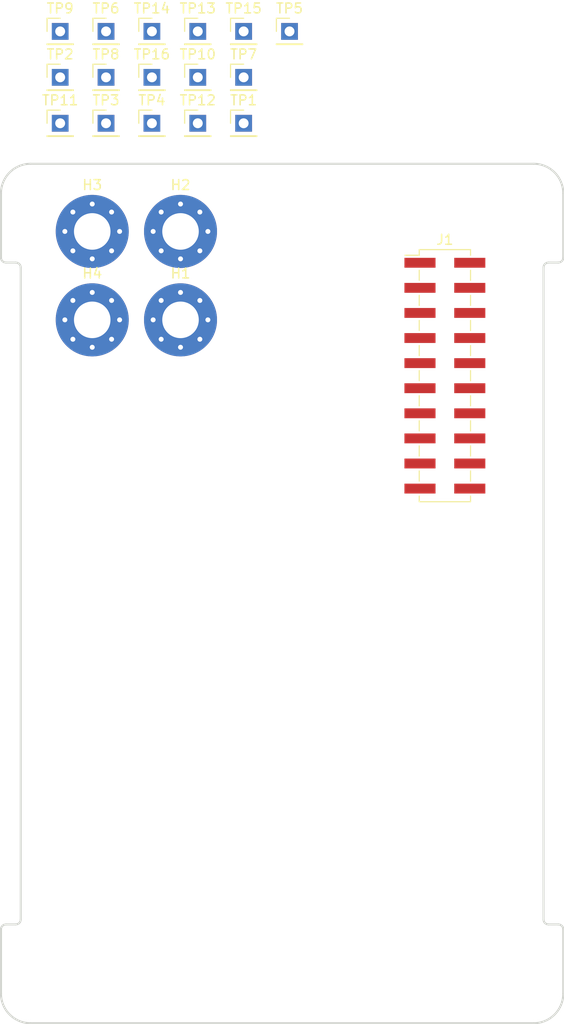
<source format=kicad_pcb>
(kicad_pcb (version 20211014) (generator pcbnew)
  (layers (0 "F.Cu" signal) (31 "B.Cu" signal) (34 "B.Paste" user) (35 "F.Paste" user) (36 "B.SilkS" user "B.Silkscreen") (37 "F.SilkS" user "F.Silkscreen") (38 "B.Mask" user) (39 "F.Mask" user) (44 "Edge.Cuts" user))
  (net 0 "")
  (net 1 "GND")
  (net 2 "Net-(TP1-Pad1)")
  (net 3 "Net-(TP2-Pad1)")
  (net 4 "Net-(TP3-Pad1)")
  (net 5 "Net-(TP5-Pad1)")
  (net 6 "Net-(TP6-Pad1)")
  (net 7 "Net-(TP7-Pad1)")
  (net 8 "Net-(TP8-Pad1)")
  (net 9 "Net-(TP9-Pad1)")
  (net 10 "Net-(TP10-Pad1)")
  (net 11 "Net-(TP11-Pad1)")
  (net 12 "Net-(TP12-Pad1)")
  (net 13 "Net-(TP13-Pad1)")
  (net 14 "Net-(TP14-Pad1)")
  (footprint "Connector_PinHeader_2.54mm:PinHeader_1x01_P2.54mm_Vertical" (layer "F.Cu") (at 89.7 44.25)
    (fp_text reference "TP1" (at 0 -2.33) (layer "F.SilkS"))
    (fp_text value "VINF")
    (fp_line (start -1.33 1.27) (end 1.33 1.27) (layer "F.SilkS") (width 0.12))
    (fp_line (start -1.33 -1.33) (end 0 -1.33) (layer "F.SilkS") (width 0.12))
    (fp_line (start -1.33 1.27) (end -1.33 1.33) (layer "F.SilkS") (width 0.12))
    (fp_line (start -1.33 0) (end -1.33 -1.33) (layer "F.SilkS") (width 0.12))
    (fp_line (start -1.33 1.33) (end 1.33 1.33) (layer "F.SilkS") (width 0.12))
    (fp_line (start 1.33 1.27) (end 1.33 1.33) (layer "F.SilkS") (width 0.12))
    (pad "1" thru_hole rect (at 0 0) (size 1.7 1.7) (drill 1) (layers *.Cu *.Mask) (net 2 "Net-(TP1-Pad1)"))
  )
  (footprint "Connector_PinHeader_2.54mm:PinHeader_1x01_P2.54mm_Vertical" (layer "F.Cu") (at 94.35 34.95)
    (fp_text reference "TP5" (at 0 -2.33) (layer "F.SilkS"))
    (fp_text value "+3.3D")
    (fp_line (start -1.33 1.33) (end 1.33 1.33) (layer "F.SilkS") (width 0.12))
    (fp_line (start -1.33 0) (end -1.33 -1.33) (layer "F.SilkS") (width 0.12))
    (fp_line (start -1.33 1.27) (end 1.33 1.27) (layer "F.SilkS") (width 0.12))
    (fp_line (start -1.33 -1.33) (end 0 -1.33) (layer "F.SilkS") (width 0.12))
    (fp_line (start -1.33 1.27) (end -1.33 1.33) (layer "F.SilkS") (width 0.12))
    (fp_line (start 1.33 1.27) (end 1.33 1.33) (layer "F.SilkS") (width 0.12))
    (pad "1" thru_hole rect (at 0 0) (size 1.7 1.7) (drill 1) (layers *.Cu *.Mask) (net 5 "Net-(TP5-Pad1)"))
  )
  (footprint "MountingHole:MountingHole_3.7mm_Pad_Via" (layer "F.Cu") (at 83.3 64.15)
    (fp_text reference "H1" (at 0 -4.7) (layer "F.SilkS"))
    (fp_text value "#6")
    (pad "1" thru_hole circle (at 0 2.775) (size 0.8 0.8) (drill 0.5) (layers *.Cu *.Mask) (net 1 "GND"))
    (pad "1" thru_hole circle (at 1.962221 -1.962221) (size 0.8 0.8) (drill 0.5) (layers *.Cu *.Mask) (net 1 "GND"))
    (pad "1" thru_hole circle (at 2.775 0) (size 0.8 0.8) (drill 0.5) (layers *.Cu *.Mask) (net 1 "GND"))
    (pad "1" thru_hole circle (at -1.962221 -1.962221) (size 0.8 0.8) (drill 0.5) (layers *.Cu *.Mask) (net 1 "GND"))
    (pad "1" thru_hole circle (at 1.962221 1.962221) (size 0.8 0.8) (drill 0.5) (layers *.Cu *.Mask) (net 1 "GND"))
    (pad "1" thru_hole circle (at 0 -2.775) (size 0.8 0.8) (drill 0.5) (layers *.Cu *.Mask) (net 1 "GND"))
    (pad "1" thru_hole circle (at 0 0) (size 7.4 7.4) (drill 3.7) (layers *.Cu *.Mask) (net 1 "GND"))
    (pad "1" thru_hole circle (at -1.962221 1.962221) (size 0.8 0.8) (drill 0.5) (layers *.Cu *.Mask) (net 1 "GND"))
    (pad "1" thru_hole circle (at -2.775 0) (size 0.8 0.8) (drill 0.5) (layers *.Cu *.Mask) (net 1 "GND"))
  )
  (footprint "Connector_PinHeader_2.54mm:PinHeader_1x01_P2.54mm_Vertical" (layer "F.Cu") (at 71.1 39.6)
    (fp_text reference "TP2" (at 0 -2.33) (layer "F.SilkS"))
    (fp_text value "+13")
    (fp_line (start -1.33 1.33) (end 1.33 1.33) (layer "F.SilkS") (width 0.12))
    (fp_line (start 1.33 1.27) (end 1.33 1.33) (layer "F.SilkS") (width 0.12))
    (fp_line (start -1.33 -1.33) (end 0 -1.33) (layer "F.SilkS") (width 0.12))
    (fp_line (start -1.33 1.27) (end 1.33 1.27) (layer "F.SilkS") (width 0.12))
    (fp_line (start -1.33 1.27) (end -1.33 1.33) (layer "F.SilkS") (width 0.12))
    (fp_line (start -1.33 0) (end -1.33 -1.33) (layer "F.SilkS") (width 0.12))
    (pad "1" thru_hole rect (at 0 0) (size 1.7 1.7) (drill 1) (layers *.Cu *.Mask) (net 3 "Net-(TP2-Pad1)"))
  )
  (footprint "Connector_PinHeader_2.54mm:PinHeader_2x10_P2.54mm_Vertical_SMD" (layer "F.Cu") (at 110.1 69.8)
    (fp_text reference "J1" (at 0 -13.76) (layer "F.SilkS"))
    (fp_text value "Conn_01x20")
    (fp_line (start 2.6 -3.05) (end 2.6 -2.03) (layer "F.SilkS") (width 0.12))
    (fp_line (start 2.6 -12.76) (end 2.6 -12.19) (layer "F.SilkS") (width 0.12))
    (fp_line (start -2.6 -10.67) (end -2.6 -9.65) (layer "F.SilkS") (width 0.12))
    (fp_line (start -2.6 12.76) (end 2.6 12.76) (layer "F.SilkS") (width 0.12))
    (fp_line (start -2.6 7.11) (end -2.6 8.13) (layer "F.SilkS") (width 0.12))
    (fp_line (start 2.6 -10.67) (end 2.6 -9.65) (layer "F.SilkS") (width 0.12))
    (fp_line (start -2.6 -8.13) (end -2.6 -7.11) (layer "F.SilkS") (width 0.12))
    (fp_line (start -2.6 12.19) (end -2.6 12.76) (layer "F.SilkS") (width 0.12))
    (fp_line (start 2.6 7.11) (end 2.6 8.13) (layer "F.SilkS") (width 0.12))
    (fp_line (start -2.6 -3.05) (end -2.6 -2.03) (layer "F.SilkS") (width 0.12))
    (fp_line (start -2.6 -12.76) (end 2.6 -12.76) (layer "F.SilkS") (width 0.12))
    (fp_line (start -2.6 2.03) (end -2.6 3.05) (layer "F.SilkS") (width 0.12))
    (fp_line (start 2.6 4.57) (end 2.6 5.59) (layer "F.SilkS") (width 0.12))
    (fp_line (start 2.6 -0.51) (end 2.6 0.51) (layer "F.SilkS") (width 0.12))
    (fp_line (start 2.6 9.65) (end 2.6 10.67) (layer "F.SilkS") (width 0.12))
    (fp_line (start -2.6 -5.59) (end -2.6 -4.57) (layer "F.SilkS") (width 0.12))
    (fp_line (start 2.6 12.19) (end 2.6 12.76) (layer "F.SilkS") (width 0.12))
    (fp_line (start 2.6 -8.13) (end 2.6 -7.11) (layer "F.SilkS") (width 0.12))
    (fp_line (start 2.6 2.03) (end 2.6 3.05) (layer "F.SilkS") (width 0.12))
    (fp_line (start -2.6 -12.76) (end -2.6 -12.19) (layer "F.SilkS") (width 0.12))
    (fp_line (start -2.6 9.65) (end -2.6 10.67) (layer "F.SilkS") (width 0.12))
    (fp_line (start 2.6 -5.59) (end 2.6 -4.57) (layer "F.SilkS") (width 0.12))
    (fp_line (start -2.6 4.57) (end -2.6 5.59) (layer "F.SilkS") (width 0.12))
    (fp_line (start -2.6 -0.51) (end -2.6 0.51) (layer "F.SilkS") (width 0.12))
    (fp_line (start -4.04 -12.19) (end -2.6 -12.19) (layer "F.SilkS") (width 0.12))
    (pad "1" smd rect (at -2.525 -11.43) (size 3.15 1) (layers "F.Cu" "F.Paste" "F.Mask") (net 2 "Net-(TP1-Pad1)"))
    (pad "2" smd rect (at 2.525 -11.43) (size 3.15 1) (layers "F.Cu" "F.Paste" "F.Mask") (net 3 "Net-(TP2-Pad1)"))
    (pad "3" smd rect (at -2.525 -8.89) (size 3.15 1) (layers "F.Cu" "F.Paste" "F.Mask") (net 4 "Net-(TP3-Pad1)"))
    (pad "4" smd rect (at 2.525 -8.89) (size 3.15 1) (layers "F.Cu" "F.Paste" "F.Mask") (net 1 "GND"))
    (pad "5" smd rect (at -2.525 -6.35) (size 3.15 1) (layers "F.Cu" "F.Paste" "F.Mask") (net 5 "Net-(TP5-Pad1)"))
    (pad "6" smd rect (at 2.525 -6.35) (size 3.15 1) (layers "F.Cu" "F.Paste" "F.Mask") (net 1 "GND"))
    (pad "7" smd rect (at -2.525 -3.81) (size 3.15 1) (layers "F.Cu" "F.Paste" "F.Mask") (net 6 "Net-(TP6-Pad1)"))
    (pad "8" smd rect (at 2.525 -3.81) (size 3.15 1) (layers "F.Cu" "F.Paste" "F.Mask") (net 7 "Net-(TP7-Pad1)"))
    (pad "9" smd rect (at -2.525 -1.27) (size 3.15 1) (layers "F.Cu" "F.Paste" "F.Mask") (net 8 "Net-(TP8-Pad1)"))
    (pad "10" smd rect (at 2.525 -1.27) (size 3.15 1) (layers "F.Cu" "F.Paste" "F.Mask") (net 9 "Net-(TP9-Pad1)"))
    (pad "11" smd rect (at -2.525 1.27) (size 3.15 1) (layers "F.Cu" "F.Paste" "F.Mask") (net 1 "GND"))
    (pad "12" smd rect (at 2.525 1.27) (size 3.15 1) (layers "F.Cu" "F.Paste" "F.Mask") (net 10 "Net-(TP10-Pad1)"))
    (pad "13" smd rect (at -2.525 3.81) (size 3.15 1) (layers "F.Cu" "F.Paste" "F.Mask") (net 1 "GND"))
    (pad "14" smd rect (at 2.525 3.81) (size 3.15 1) (layers "F.Cu" "F.Paste" "F.Mask") (net 11 "Net-(TP11-Pad1)"))
    (pad "15" smd rect (at -2.525 6.35) (size 3.15 1) (layers "F.Cu" "F.Paste" "F.Mask") (net 1 "GND"))
    (pad "16" smd rect (at 2.525 6.35) (size 3.15 1) (layers "F.Cu" "F.Paste" "F.Mask") (net 12 "Net-(TP12-Pad1)"))
    (pad "17" smd rect (at -2.525 8.89) (size 3.15 1) (layers "F.Cu" "F.Paste" "F.Mask") (net 1 "GND"))
    (pad "18" smd rect (at 2.525 8.89) (size 3.15 1) (layers "F.Cu" "F.Paste" "F.Mask") (net 13 "Net-(TP13-Pad1)"))
    (pad "19" smd rect (at -2.525 11.43) (size 3.15 1) (layers "F.Cu" "F.Paste" "F.Mask") (net 1 "GND"))
    (pad "20" smd rect (at 2.525 11.43) (size 3.15 1) (layers "F.Cu" "F.Paste" "F.Mask") (net 14 "Net-(TP14-Pad1)"))
  )
  (footprint "Connector_PinHeader_2.54mm:PinHeader_1x01_P2.54mm_Vertical" (layer "F.Cu") (at 80.4 34.95)
    (fp_text reference "TP14" (at 0 -2.33) (layer "F.SilkS"))
    (fp_text value "+VIn")
    (fp_line (start -1.33 1.27) (end -1.33 1.33) (layer "F.SilkS") (width 0.12))
    (fp_line (start -1.33 1.33) (end 1.33 1.33) (layer "F.SilkS") (width 0.12))
    (fp_line (start -1.33 -1.33) (end 0 -1.33) (layer "F.SilkS") (width 0.12))
    (fp_line (start -1.33 1.27) (end 1.33 1.27) (layer "F.SilkS") (width 0.12))
    (fp_line (start -1.33 0) (end -1.33 -1.33) (layer "F.SilkS") (width 0.12))
    (fp_line (start 1.33 1.27) (end 1.33 1.33) (layer "F.SilkS") (width 0.12))
    (pad "1" thru_hole rect (at 0 0) (size 1.7 1.7) (drill 1) (layers *.Cu *.Mask) (net 14 "Net-(TP14-Pad1)"))
  )
  (footprint "MountingHole:MountingHole_3.7mm_Pad_Via" (layer "F.Cu") (at 83.3 55.2)
    (fp_text reference "H2" (at 0 -4.7) (layer "F.SilkS"))
    (fp_text value "#6")
    (pad "1" thru_hole circle (at 2.775 0) (size 0.8 0.8) (drill 0.5) (layers *.Cu *.Mask) (net 1 "GND"))
    (pad "1" thru_hole circle (at 0 -2.775) (size 0.8 0.8) (drill 0.5) (layers *.Cu *.Mask) (net 1 "GND"))
    (pad "1" thru_hole circle (at 0 2.775) (size 0.8 0.8) (drill 0.5) (layers *.Cu *.Mask) (net 1 "GND"))
    (pad "1" thru_hole circle (at -1.962221 1.962221) (size 0.8 0.8) (drill 0.5) (layers *.Cu *.Mask) (net 1 "GND"))
    (pad "1" thru_hole circle (at -1.962221 -1.962221) (size 0.8 0.8) (drill 0.5) (layers *.Cu *.Mask) (net 1 "GND"))
    (pad "1" thru_hole circle (at 1.962221 1.962221) (size 0.8 0.8) (drill 0.5) (layers *.Cu *.Mask) (net 1 "GND"))
    (pad "1" thru_hole circle (at 0 0) (size 7.4 7.4) (drill 3.7) (layers *.Cu *.Mask) (net 1 "GND"))
    (pad "1" thru_hole circle (at -2.775 0) (size 0.8 0.8) (drill 0.5) (layers *.Cu *.Mask) (net 1 "GND"))
    (pad "1" thru_hole circle (at 1.962221 -1.962221) (size 0.8 0.8) (drill 0.5) (layers *.Cu *.Mask) (net 1 "GND"))
  )
  (footprint "MountingHole:MountingHole_3.7mm_Pad_Via" (layer "F.Cu") (at 74.35 55.2)
    (fp_text reference "H3" (at 0 -4.7) (layer "F.SilkS"))
    (fp_text value "#6")
    (pad "1" thru_hole circle (at 0 0) (size 7.4 7.4) (drill 3.7) (layers *.Cu *.Mask) (net 1 "GND"))
    (pad "1" thru_hole circle (at 2.775 0) (size 0.8 0.8) (drill 0.5) (layers *.Cu *.Mask) (net 1 "GND"))
    (pad "1" thru_hole circle (at -2.775 0) (size 0.8 0.8) (drill 0.5) (layers *.Cu *.Mask) (net 1 "GND"))
    (pad "1" thru_hole circle (at -1.962221 -1.962221) (size 0.8 0.8) (drill 0.5) (layers *.Cu *.Mask) (net 1 "GND"))
    (pad "1" thru_hole circle (at 1.962221 1.962221) (size 0.8 0.8) (drill 0.5) (layers *.Cu *.Mask) (net 1 "GND"))
    (pad "1" thru_hole circle (at 0 2.775) (size 0.8 0.8) (drill 0.5) (layers *.Cu *.Mask) (net 1 "GND"))
    (pad "1" thru_hole circle (at 0 -2.775) (size 0.8 0.8) (drill 0.5) (layers *.Cu *.Mask) (net 1 "GND"))
    (pad "1" thru_hole circle (at 1.962221 -1.962221) (size 0.8 0.8) (drill 0.5) (layers *.Cu *.Mask) (net 1 "GND"))
    (pad "1" thru_hole circle (at -1.962221 1.962221) (size 0.8 0.8) (drill 0.5) (layers *.Cu *.Mask) (net 1 "GND"))
  )
  (footprint "Connector_PinHeader_2.54mm:PinHeader_1x01_P2.54mm_Vertical" (layer "F.Cu") (at 85.05 44.25)
    (fp_text reference "TP12" (at 0 -2.33) (layer "F.SilkS"))
    (fp_text value "AOUT0")
    (fp_line (start 1.33 1.27) (end 1.33 1.33) (layer "F.SilkS") (width 0.12))
    (fp_line (start -1.33 0) (end -1.33 -1.33) (layer "F.SilkS") (width 0.12))
    (fp_line (start -1.33 1.27) (end -1.33 1.33) (layer "F.SilkS") (width 0.12))
    (fp_line (start -1.33 1.27) (end 1.33 1.27) (layer "F.SilkS") (width 0.12))
    (fp_line (start -1.33 -1.33) (end 0 -1.33) (layer "F.SilkS") (width 0.12))
    (fp_line (start -1.33 1.33) (end 1.33 1.33) (layer "F.SilkS") (width 0.12))
    (pad "1" thru_hole rect (at 0 0) (size 1.7 1.7) (drill 1) (layers *.Cu *.Mask) (net 12 "Net-(TP12-Pad1)"))
  )
  (footprint "Connector_PinHeader_2.54mm:PinHeader_1x01_P2.54mm_Vertical" (layer "F.Cu") (at 80.4 44.25)
    (fp_text reference "TP4" (at 0 -2.33) (layer "F.SilkS"))
    (fp_text value "GND")
    (fp_line (start -1.33 0) (end -1.33 -1.33) (layer "F.SilkS") (width 0.12))
    (fp_line (start 1.33 1.27) (end 1.33 1.33) (layer "F.SilkS") (width 0.12))
    (fp_line (start -1.33 -1.33) (end 0 -1.33) (layer "F.SilkS") (width 0.12))
    (fp_line (start -1.33 1.27) (end 1.33 1.27) (layer "F.SilkS") (width 0.12))
    (fp_line (start -1.33 1.27) (end -1.33 1.33) (layer "F.SilkS") (width 0.12))
    (fp_line (start -1.33 1.33) (end 1.33 1.33) (layer "F.SilkS") (width 0.12))
    (pad "1" thru_hole rect (at 0 0) (size 1.7 1.7) (drill 1) (layers *.Cu *.Mask) (net 1 "GND"))
  )
  (footprint "Connector_PinHeader_2.54mm:PinHeader_1x01_P2.54mm_Vertical" (layer "F.Cu") (at 85.05 39.6)
    (fp_text reference "TP10" (at 0 -2.33) (layer "F.SilkS"))
    (fp_text value "MW0")
    (fp_line (start -1.33 1.27) (end -1.33 1.33) (layer "F.SilkS") (width 0.12))
    (fp_line (start -1.33 1.33) (end 1.33 1.33) (layer "F.SilkS") (width 0.12))
    (fp_line (start -1.33 0) (end -1.33 -1.33) (layer "F.SilkS") (width 0.12))
    (fp_line (start 1.33 1.27) (end 1.33 1.33) (layer "F.SilkS") (width 0.12))
    (fp_line (start -1.33 1.27) (end 1.33 1.27) (layer "F.SilkS") (width 0.12))
    (fp_line (start -1.33 -1.33) (end 0 -1.33) (layer "F.SilkS") (width 0.12))
    (pad "1" thru_hole rect (at 0 0) (size 1.7 1.7) (drill 1) (layers *.Cu *.Mask) (net 10 "Net-(TP10-Pad1)"))
  )
  (footprint "Connector_PinHeader_2.54mm:PinHeader_1x01_P2.54mm_Vertical" (layer "F.Cu") (at 80.4 39.6)
    (fp_text reference "TP16" (at 0 -2.33) (layer "F.SilkS"))
    (fp_text value "GND")
    (fp_line (start -1.33 -1.33) (end 0 -1.33) (layer "F.SilkS") (width 0.12))
    (fp_line (start -1.33 1.27) (end -1.33 1.33) (layer "F.SilkS") (width 0.12))
    (fp_line (start -1.33 1.27) (end 1.33 1.27) (layer "F.SilkS") (width 0.12))
    (fp_line (start -1.33 1.33) (end 1.33 1.33) (layer "F.SilkS") (width 0.12))
    (fp_line (start -1.33 0) (end -1.33 -1.33) (layer "F.SilkS") (width 0.12))
    (fp_line (start 1.33 1.27) (end 1.33 1.33) (layer "F.SilkS") (width 0.12))
    (pad "1" thru_hole rect (at 0 0) (size 1.7 1.7) (drill 1) (layers *.Cu *.Mask) (net 1 "GND"))
  )
  (footprint "Connector_PinHeader_2.54mm:PinHeader_1x01_P2.54mm_Vertical" (layer "F.Cu") (at 75.75 39.6)
    (fp_text reference "TP8" (at 0 -2.33) (layer "F.SilkS"))
    (fp_text value "TX+")
    (fp_line (start -1.33 1.27) (end -1.33 1.33) (layer "F.SilkS") (width 0.12))
    (fp_line (start -1.33 0) (end -1.33 -1.33) (layer "F.SilkS") (width 0.12))
    (fp_line (start 1.33 1.27) (end 1.33 1.33) (layer "F.SilkS") (width 0.12))
    (fp_line (start -1.33 1.33) (end 1.33 1.33) (layer "F.SilkS") (width 0.12))
    (fp_line (start -1.33 1.27) (end 1.33 1.27) (layer "F.SilkS") (width 0.12))
    (fp_line (start -1.33 -1.33) (end 0 -1.33) (layer "F.SilkS") (width 0.12))
    (pad "1" thru_hole rect (at 0 0) (size 1.7 1.7) (drill 1) (layers *.Cu *.Mask) (net 8 "Net-(TP8-Pad1)"))
  )
  (footprint "Connector_PinHeader_2.54mm:PinHeader_1x01_P2.54mm_Vertical" (layer "F.Cu") (at 89.7 39.6)
    (fp_text reference "TP7" (at 0 -2.33) (layer "F.SilkS"))
    (fp_text value "RX-")
    (fp_line (start -1.33 0) (end -1.33 -1.33) (layer "F.SilkS") (width 0.12))
    (fp_line (start -1.33 1.27) (end 1.33 1.27) (layer "F.SilkS") (width 0.12))
    (fp_line (start 1.33 1.27) (end 1.33 1.33) (layer "F.SilkS") (width 0.12))
    (fp_line (start -1.33 1.33) (end 1.33 1.33) (layer "F.SilkS") (width 0.12))
    (fp_line (start -1.33 1.27) (end -1.33 1.33) (layer "F.SilkS") (width 0.12))
    (fp_line (start -1.33 -1.33) (end 0 -1.33) (layer "F.SilkS") (width 0.12))
    (pad "1" thru_hole rect (at 0 0) (size 1.7 1.7) (drill 1) (layers *.Cu *.Mask) (net 7 "Net-(TP7-Pad1)"))
  )
  (footprint "MountingHole:MountingHole_3.7mm_Pad_Via" (layer "F.Cu") (at 74.35 64.15)
    (fp_text reference "H4" (at 0 -4.7) (layer "F.SilkS"))
    (fp_text value "#6")
    (pad "1" thru_hole circle (at 0 -2.775) (size 0.8 0.8) (drill 0.5) (layers *.Cu *.Mask) (net 1 "GND"))
    (pad "1" thru_hole circle (at 1.962221 1.962221) (size 0.8 0.8) (drill 0.5) (layers *.Cu *.Mask) (net 1 "GND"))
    (pad "1" thru_hole circle (at 2.775 0) (size 0.8 0.8) (drill 0.5) (layers *.Cu *.Mask) (net 1 "GND"))
    (pad "1" thru_hole circle (at -2.775 0) (size 0.8 0.8) (drill 0.5) (layers *.Cu *.Mask) (net 1 "GND"))
    (pad "1" thru_hole circle (at -1.962221 1.962221) (size 0.8 0.8) (drill 0.5) (layers *.Cu *.Mask) (net 1 "GND"))
    (pad "1" thru_hole circle (at 0 2.775) (size 0.8 0.8) (drill 0.5) (layers *.Cu *.Mask) (net 1 "GND"))
    (pad "1" thru_hole circle (at 0 0) (size 7.4 7.4) (drill 3.7) (layers *.Cu *.Mask) (net 1 "GND"))
    (pad "1" thru_hole circle (at 1.962221 -1.962221) (size 0.8 0.8) (drill 0.5) (layers *.Cu *.Mask) (net 1 "GND"))
    (pad "1" thru_hole circle (at -1.962221 -1.962221) (size 0.8 0.8) (drill 0.5) (layers *.Cu *.Mask) (net 1 "GND"))
  )
  (footprint "Connector_PinHeader_2.54mm:PinHeader_1x01_P2.54mm_Vertical" (layer "F.Cu") (at 75.75 44.25)
    (fp_text reference "TP3" (at 0 -2.33) (layer "F.SilkS"))
    (fp_text value "+5")
    (fp_line (start -1.33 1.33) (end 1.33 1.33) (layer "F.SilkS") (width 0.12))
    (fp_line (start 1.33 1.27) (end 1.33 1.33) (layer "F.SilkS") (width 0.12))
    (fp_line (start -1.33 -1.33) (end 0 -1.33) (layer "F.SilkS") (width 0.12))
    (fp_line (start -1.33 1.27) (end -1.33 1.33) (layer "F.SilkS") (width 0.12))
    (fp_line (start -1.33 1.27) (end 1.33 1.27) (layer "F.SilkS") (width 0.12))
    (fp_line (start -1.33 0) (end -1.33 -1.33) (layer "F.SilkS") (width 0.12))
    (pad "1" thru_hole rect (at 0 0) (size 1.7 1.7) (drill 1) (layers *.Cu *.Mask) (net 4 "Net-(TP3-Pad1)"))
  )
  (footprint "Connector_PinHeader_2.54mm:PinHeader_1x01_P2.54mm_Vertical" (layer "F.Cu") (at 71.1 44.25)
    (fp_text reference "TP11" (at 0 -2.33) (layer "F.SilkS"))
    (fp_text value "MW1")
    (fp_line (start -1.33 -1.33) (end 0 -1.33) (layer "F.SilkS") (width 0.12))
    (fp_line (start -1.33 0) (end -1.33 -1.33) (layer "F.SilkS") (width 0.12))
    (fp_line (start -1.33 1.33) (end 1.33 1.33) (layer "F.SilkS") (width 0.12))
    (fp_line (start -1.33 1.27) (end 1.33 1.27) (layer "F.SilkS") (width 0.12))
    (fp_line (start 1.33 1.27) (end 1.33 1.33) (layer "F.SilkS") (width 0.12))
    (fp_line (start -1.33 1.27) (end -1.33 1.33) (layer "F.SilkS") (width 0.12))
    (pad "1" thru_hole rect (at 0 0) (size 1.7 1.7) (drill 1) (layers *.Cu *.Mask) (net 11 "Net-(TP11-Pad1)"))
  )
  (footprint "Connector_PinHeader_2.54mm:PinHeader_1x01_P2.54mm_Vertical" (layer "F.Cu") (at 75.75 34.95)
    (fp_text reference "TP6" (at 0 -2.33) (layer "F.SilkS"))
    (fp_text value "RX+")
    (fp_line (start -1.33 1.33) (end 1.33 1.33) (layer "F.SilkS") (width 0.12))
    (fp_line (start 1.33 1.27) (end 1.33 1.33) (layer "F.SilkS") (width 0.12))
    (fp_line (start -1.33 -1.33) (end 0 -1.33) (layer "F.SilkS") (width 0.12))
    (fp_line (start -1.33 1.27) (end -1.33 1.33) (layer "F.SilkS") (width 0.12))
    (fp_line (start -1.33 1.27) (end 1.33 1.27) (layer "F.SilkS") (width 0.12))
    (fp_line (start -1.33 0) (end -1.33 -1.33) (layer "F.SilkS") (width 0.12))
    (pad "1" thru_hole rect (at 0 0) (size 1.7 1.7) (drill 1) (layers *.Cu *.Mask) (net 6 "Net-(TP6-Pad1)"))
  )
  (footprint "Connector_PinHeader_2.54mm:PinHeader_1x01_P2.54mm_Vertical" (layer "F.Cu") (at 89.7 34.95)
    (fp_text reference "TP15" (at 0 -2.33) (layer "F.SilkS"))
    (fp_text value "GND")
    (fp_line (start -1.33 1.27) (end 1.33 1.27) (layer "F.SilkS") (width 0.12))
    (fp_line (start -1.33 1.27) (end -1.33 1.33) (layer "F.SilkS") (width 0.12))
    (fp_line (start -1.33 1.33) (end 1.33 1.33) (layer "F.SilkS") (width 0.12))
    (fp_line (start -1.33 -1.33) (end 0 -1.33) (layer "F.SilkS") (width 0.12))
    (fp_line (start 1.33 1.27) (end 1.33 1.33) (layer "F.SilkS") (width 0.12))
    (fp_line (start -1.33 0) (end -1.33 -1.33) (layer "F.SilkS") (width 0.12))
    (pad "1" thru_hole rect (at 0 0) (size 1.7 1.7) (drill 1) (layers *.Cu *.Mask) (net 1 "GND"))
  )
  (footprint "Connector_PinHeader_2.54mm:PinHeader_1x01_P2.54mm_Vertical" (layer "F.Cu") (at 85.05 34.95)
    (fp_text reference "TP13" (at 0 -2.33) (layer "F.SilkS"))
    (fp_text value "AOUT1")
    (fp_line (start -1.33 1.27) (end -1.33 1.33) (layer "F.SilkS") (width 0.12))
    (fp_line (start 1.33 1.27) (end 1.33 1.33) (layer "F.SilkS") (width 0.12))
    (fp_line (start -1.33 0) (end -1.33 -1.33) (layer "F.SilkS") (width 0.12))
    (fp_line (start -1.33 -1.33) (end 0 -1.33) (layer "F.SilkS") (width 0.12))
    (fp_line (start -1.33 1.33) (end 1.33 1.33) (layer "F.SilkS") (width 0.12))
    (fp_line (start -1.33 1.27) (end 1.33 1.27) (layer "F.SilkS") (width 0.12))
    (pad "1" thru_hole rect (at 0 0) (size 1.7 1.7) (drill 1) (layers *.Cu *.Mask) (net 13 "Net-(TP13-Pad1)"))
  )
  (footprint "Connector_PinHeader_2.54mm:PinHeader_1x01_P2.54mm_Vertical" (layer "F.Cu") (at 71.1 34.95)
    (fp_text reference "TP9" (at 0 -2.33) (layer "F.SilkS"))
    (fp_text value "TX-")
    (fp_line (start -1.33 1.33) (end 1.33 1.33) (layer "F.SilkS") (width 0.12))
    (fp_line (start -1.33 1.27) (end -1.33 1.33) (layer "F.SilkS") (width 0.12))
    (fp_line (start -1.33 1.27) (end 1.33 1.27) (layer "F.SilkS") (width 0.12))
    (fp_line (start -1.33 0) (end -1.33 -1.33) (layer "F.SilkS") (width 0.12))
    (fp_line (start 1.33 1.27) (end 1.33 1.33) (layer "F.SilkS") (width 0.12))
    (fp_line (start -1.33 -1.33) (end 0 -1.33) (layer "F.SilkS") (width 0.12))
    (pad "1" thru_hole rect (at 0 0) (size 1.7 1.7) (drill 1) (layers *.Cu *.Mask) (net 9 "Net-(TP9-Pad1)"))
  )
  (gr_line (start 120.6 125.35) (end 121.6 125.35) (layer "Edge.Cuts") (width 0.2))
  (gr_line (start 65.6 125.35) (end 66.6 125.35) (layer "Edge.Cuts") (width 0.2))
  (gr_line (start 122.1 57.85) (end 122.1 57.85) (layer "Edge.Cuts") (width 0.2))
  (gr_line (start 120.1 124.85) (end 120.1 124.85) (layer "Edge.Cuts") (width 0.2))
  (gr_line (start 65.1 125.85) (end 65.1 125.85) (layer "Edge.Cuts") (width 0.2))
  (gr_line (start 65.6 125.35) (end 65.6 125.35) (layer "Edge.Cuts") (width 0.2))
  (gr_line (start 67.1 58.85) (end 67.1 58.85) (layer "Edge.Cuts") (width 0.2))
  (gr_line (start 68.1 48.35) (end 68.1 48.35) (layer "Edge.Cuts") (width 0.2))
  (gr_line (start 122.1 51.35) (end 122.1 51.35) (layer "Edge.Cuts") (width 0.2))
  (gr_line (start 120.1 58.85) (end 120.1 58.85) (layer "Edge.Cuts") (width 0.2))
  (gr_line (start 122.1 132.35) (end 122.1 132.35) (layer "Edge.Cuts") (width 0.2))
  (gr_line (start 120.1 124.85) (end 120.1 124.85) (layer "Edge.Cuts") (width 0.2))
  (gr_line (start 66.6 58.35) (end 66.6 58.35) (layer "Edge.Cuts") (width 0.2))
  (gr_line (start 66.6 58.35) (end 66.6 58.35) (layer "Edge.Cuts") (width 0.2))
  (gr_line (start 119.1 135.35) (end 119.1 135.35) (layer "Edge.Cuts") (width 0.2))
  (gr_arc (start 119.1 48.35) (mid 121.22132 49.22868) (end 122.1 51.35) (layer "Edge.Cuts") (width 0.2))
  (gr_line (start 122.1 51.35) (end 122.1 57.85) (layer "Edge.Cuts") (width 0.2))
  (gr_line (start 122.1 125.85) (end 122.1 125.85) (layer "Edge.Cuts") (width 0.2))
  (gr_line (start 121.6 58.35) (end 120.6 58.35) (layer "Edge.Cuts") (width 0.2))
  (gr_line (start 68.1 48.35) (end 119.1 48.35) (layer "Edge.Cuts") (width 0.2))
  (gr_line (start 120.6 125.35) (end 120.6 125.35) (layer "Edge.Cuts") (width 0.2))
  (gr_line (start 66.6 125.35) (end 66.6 125.35) (layer "Edge.Cuts") (width 0.2))
  (gr_arc (start 65.1 125.85) (mid 65.246447 125.496447) (end 65.6 125.35) (layer "Edge.Cuts") (width 0.2))
  (gr_line (start 120.6 125.35) (end 120.6 125.35) (layer "Edge.Cuts") (width 0.2))
  (gr_line (start 65.1 132.35) (end 65.1 132.35) (layer "Edge.Cuts") (width 0.2))
  (gr_line (start 120.1 58.85) (end 120.1 124.85) (layer "Edge.Cuts") (width 0.2))
  (gr_line (start 122.1 125.85) (end 122.1 125.85) (layer "Edge.Cuts") (width 0.2))
  (gr_line (start 119.1 48.35) (end 119.1 48.35) (layer "Edge.Cuts") (width 0.2))
  (gr_line (start 67.1 124.85) (end 67.1 124.85) (layer "Edge.Cuts") (width 0.2))
  (gr_line (start 65.1 57.85) (end 65.1 57.85) (layer "Edge.Cuts") (width 0.2))
  (gr_line (start 119.1 135.35) (end 119.1 135.35) (layer "Edge.Cuts") (width 0.2))
  (gr_arc (start 120.1 58.85) (mid 120.246447 58.496447) (end 120.6 58.35) (layer "Edge.Cuts") (width 0.2))
  (gr_line (start 67.1 124.85) (end 67.1 124.85) (layer "Edge.Cuts") (width 0.2))
  (gr_line (start 65.6 58.35) (end 65.6 58.35) (layer "Edge.Cuts") (width 0.2))
  (gr_arc (start 122.1 132.35) (mid 121.22132 134.47132) (end 119.1 135.35) (layer "Edge.Cuts") (width 0.2))
  (gr_line (start 68.1 48.35) (end 68.1 48.35) (layer "Edge.Cuts") (width 0.2))
  (gr_line (start 119.1 135.35) (end 68.1 135.35) (layer "Edge.Cuts") (width 0.2))
  (gr_line (start 122.1 125.85) (end 122.1 132.35) (layer "Edge.Cuts") (width 0.2))
  (gr_line (start 65.1 125.85) (end 65.1 125.85) (layer "Edge.Cuts") (width 0.2))
  (gr_line (start 65.1 132.35) (end 65.1 125.85) (layer "Edge.Cuts") (width 0.2))
  (gr_line (start 121.6 58.35) (end 121.6 58.35) (layer "Edge.Cuts") (width 0.2))
  (gr_line (start 119.1 48.35) (end 119.1 48.35) (layer "Edge.Cuts") (width 0.2))
  (gr_line (start 65.1 51.35) (end 65.1 51.35) (layer "Edge.Cuts") (width 0.2))
  (gr_line (start 65.6 58.35) (end 65.6 58.35) (layer "Edge.Cuts") (width 0.2))
  (gr_line (start 67.1 58.85) (end 67.1 58.85) (layer "Edge.Cuts") (width 0.2))
  (gr_arc (start 65.1 51.35) (mid 65.97868 49.22868) (end 68.1 48.35) (layer "Edge.Cuts") (width 0.2))
  (gr_line (start 65.1 57.85) (end 65.1 57.85) (layer "Edge.Cuts") (width 0.2))
  (gr_line (start 68.1 135.35) (end 68.1 135.35) (layer "Edge.Cuts") (width 0.2))
  (gr_line (start 67.1 124.85) (end 67.1 58.85) (layer "Edge.Cuts") (width 0.2))
  (gr_arc (start 122.1 57.85) (mid 121.953553 58.203553) (end 121.6 58.35) (layer "Edge.Cuts") (width 0.2))
  (gr_arc (start 65.6 58.35) (mid 65.246447 58.203553) (end 65.1 57.85) (layer "Edge.Cuts") (width 0.2))
  (gr_arc (start 66.6 58.35) (mid 66.953553 58.496447) (end 67.1 58.85) (layer "Edge.Cuts") (width 0.2))
  (gr_line (start 68.1 135.35) (end 68.1 135.35) (layer "Edge.Cuts") (width 0.2))
  (gr_line (start 120.1 58.85) (end 120.1 58.85) (layer "Edge.Cuts") (width 0.2))
  (gr_line (start 122.1 57.85) (end 122.1 57.85) (layer "Edge.Cuts") (width 0.2))
  (gr_arc (start 68.1 135.35) (mid 65.97868 134.47132) (end 65.1 132.35) (layer "Edge.Cuts") (width 0.2))
  (gr_line (start 65.6 125.35) (end 65.6 125.35) (layer "Edge.Cuts") (width 0.2))
  (gr_line (start 120.6 58.35) (end 120.6 58.35) (layer "Edge.Cuts") (width 0.2))
  (gr_line (start 65.1 57.85) (end 65.1 51.35) (layer "Edge.Cuts") (width 0.2))
  (gr_line (start 120.6 58.35) (end 120.6 58.35) (layer "Edge.Cuts") (width 0.2))
  (gr_line (start 121.6 58.35) (end 121.6 58.35) (layer "Edge.Cuts") (width 0.2))
  (gr_line (start 66.6 125.35) (end 66.6 125.35) (layer "Edge.Cuts") (width 0.2))
  (gr_line (start 122.1 51.35) (end 122.1 51.35) (layer "Edge.Cuts") (width 0.2))
  (gr_arc (start 120.6 125.35) (mid 120.246447 125.203553) (end 120.1 124.85) (layer "Edge.Cuts") (width 0.2))
  (gr_line (start 66.6 58.35) (end 65.6 58.35) (layer "Edge.Cuts") (width 0.2))
  (gr_line (start 65.1 132.35) (end 65.1 132.35) (layer "Edge.Cuts") (width 0.2))
  (gr_line (start 121.6 125.35) (end 121.6 125.35) (layer "Edge.Cuts") (width 0.2))
  (gr_arc (start 67.1 124.85) (mid 66.953553 125.203553) (end 66.6 125.35) (layer "Edge.Cuts") (width 0.2))
  (gr_line (start 65.1 51.35) (end 65.1 51.35) (layer "Edge.Cuts") (width 0.2))
  (gr_line (start 122.1 132.35) (end 122.1 132.35) (layer "Edge.Cuts") (width 0.2))
  (gr_arc (start 121.6 125.35) (mid 121.953553 125.496447) (end 122.1 125.85) (layer "Edge.Cuts") (width 0.2))
  (gr_line (start 121.6 125.35) (end 121.6 125.35) (layer "Edge.Cuts") (width 0.2))
)
</source>
